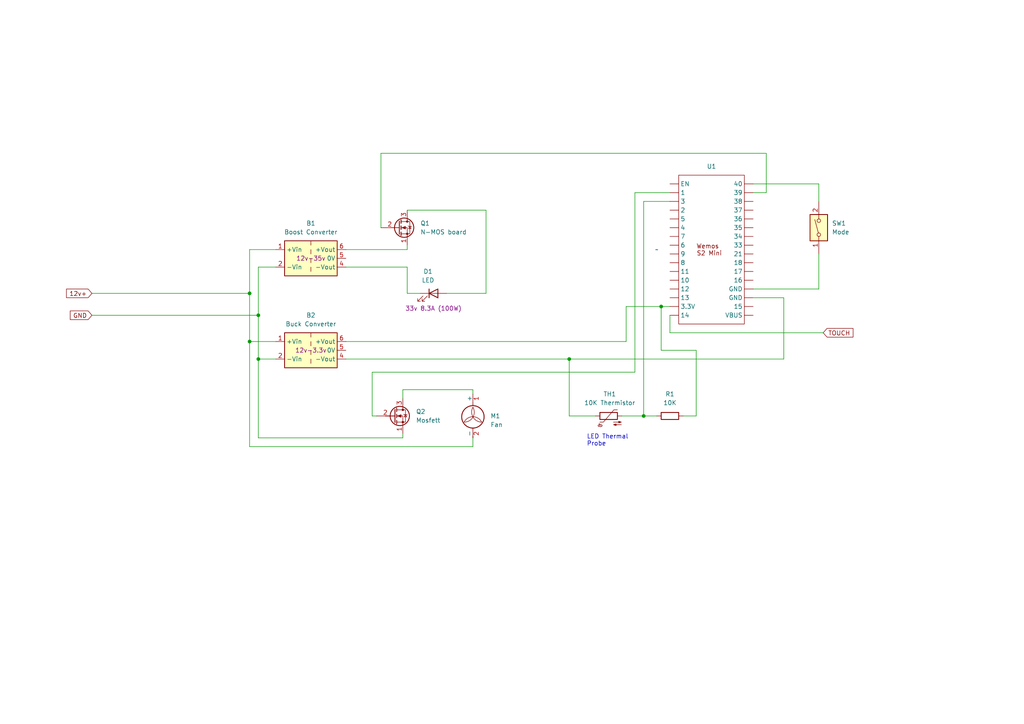
<source format=kicad_sch>
(kicad_sch (version 20230121) (generator eeschema)
  (paper "A4")
  (lib_symbols
    (symbol "Converter_DCDC:IA0305S"
      (property "Reference" "PS" (at -7.62 6.35 0))
      (property "Value" "IA0305S" (at 1.27 6.35 0))
      (symbol "IA0305S_0_0"
        (pin power_in line (at -10.16 2.54 0) (length 2.54) (name "+Vin") (number "1"))
        (pin power_in line (at -10.16 -2.54 0) (length 2.54) (name "-Vin") (number "2"))
        (pin power_out line (at 10.16 -2.54 180) (length 2.54) (name "-Vout") (number "4"))
        (pin power_out line (at 10.16 0 180) (length 2.54) (name "0V") (number "5"))
        (pin power_out line (at 10.16 2.54 180) (length 2.54) (name "+Vout") (number "6"))
      )
      (symbol "IA0305S_0_1"
        (rectangle (start -7.62 5.08) (end 7.62 -5.08) (stroke (width 0.254)) (fill (type background)))
        (polyline (pts (xy 0 -2.54) (xy 0 -3.81)))
        (polyline (pts (xy 0 0) (xy 0 -1.27)))
        (polyline (pts (xy 0 2.54) (xy 0 1.27)))
        (polyline (pts (xy 0 5.08) (xy 0 3.81)))
      )
    )
    (symbol "Device:LED" (pin_numbers hide) (pin_names (offset 1.016) hide)
      (property "Reference" "D" (at 0 2.54 0))
      (property "Value" "LED" (at 0 -2.54 0))
      (symbol "LED_0_1"
        (polyline (pts (xy -1.27 -1.27) (xy -1.27 1.27)) (stroke (width 0.254)))
        (polyline (pts (xy -1.27 0) (xy 1.27 0)))
        (polyline (pts (xy 1.27 -1.27) (xy 1.27 1.27) (xy -1.27 0) (xy 1.27 -1.27)) (stroke (width 0.254)))
        (polyline (pts (xy -3.048 -0.762) (xy -4.572 -2.286) (xy -3.81 -2.286) (xy -4.572 -2.286) (xy -4.572 -1.524)))
        (polyline (pts (xy -1.778 -0.762) (xy -3.302 -2.286) (xy -2.54 -2.286) (xy -3.302 -2.286) (xy -3.302 -1.524)))
      )
      (symbol "LED_1_1"
        (pin passive line (at -3.81 0 0) (length 2.54) (name "K") (number "1"))
        (pin passive line (at 3.81 0 180) (length 2.54) (name "A") (number "2"))
      )
    )
    (symbol "Device:Q_NMOS_SGD" (pin_names (offset 0) hide)
      (property "Reference" "Q" (at 5.08 1.27 0))
      (property "Value" "Q_NMOS_SGD" (at 5.08 -1.27 0))
      (symbol "Q_NMOS_SGD_0_1"
        (polyline (pts (xy 0.254 0) (xy -2.54 0)))
        (polyline (pts (xy 0.254 1.905) (xy 0.254 -1.905)) (stroke (width 0.254)))
        (polyline (pts (xy 0.762 -1.27) (xy 0.762 -2.286)) (stroke (width 0.254)))
        (polyline (pts (xy 0.762 0.508) (xy 0.762 -0.508)) (stroke (width 0.254)))
        (polyline (pts (xy 0.762 2.286) (xy 0.762 1.27)) (stroke (width 0.254)))
        (polyline (pts (xy 2.54 2.54) (xy 2.54 1.778)))
        (polyline (pts (xy 2.54 -2.54) (xy 2.54 0) (xy 0.762 0)))
        (polyline (pts (xy 0.762 -1.778) (xy 3.302 -1.778) (xy 3.302 1.778) (xy 0.762 1.778)))
        (polyline (pts (xy 1.016 0) (xy 2.032 0.381) (xy 2.032 -0.381) (xy 1.016 0)) (fill (type outline)))
        (polyline (pts (xy 2.794 0.508) (xy 2.921 0.381) (xy 3.683 0.381) (xy 3.81 0.254)))
        (polyline (pts (xy 3.302 0.381) (xy 2.921 -0.254) (xy 3.683 -0.254) (xy 3.302 0.381)))
        (circle (center 1.651 0) (radius 2.794) (stroke (width 0.254)))
        (circle (center 2.54 -1.778) (radius 0.254) (fill (type outline)))
        (circle (center 2.54 1.778) (radius 0.254) (fill (type outline)))
      )
      (symbol "Q_NMOS_SGD_1_1"
        (pin passive line (at 2.54 -5.08 90) (length 2.54) (name "S") (number "1"))
        (pin input line (at -5.08 0 0) (length 5.08) (name "G") (number "2"))
        (pin passive line (at 2.54 5.08 270) (length 2.54) (name "D") (number "3"))
      )
    )
    (symbol "Device:R" (pin_numbers hide) (pin_names (offset 0))
      (property "Reference" "R" (at 2.032 0 90))
      (property "Value" "R" (at 0 0 90))
      (symbol "R_0_1"
        (rectangle (start -1.016 -2.54) (end 1.016 2.54) (stroke (width 0.254)))
      )
      (symbol "R_1_1"
        (pin passive line (at 0 3.81 270) (length 1.27) (name "~") (number "1"))
        (pin passive line (at 0 -3.81 90) (length 1.27) (name "~") (number "2"))
      )
    )
    (symbol "Device:Thermistor_NTC" (pin_numbers hide) (pin_names (offset 0))
      (property "Reference" "TH" (at -4.445 0 90))
      (property "Value" "Thermistor_NTC" (at 3.175 0 90))
      (symbol "Thermistor_NTC_0_1"
        (arc (start -3.048 2.159) (mid -3.0495 2.3143) (end -3.175 2.413))
        (arc (start -3.048 2.159) (mid -2.9736 1.9794) (end -2.794 1.905))
        (arc (start -3.048 2.794) (mid -2.9736 2.6144) (end -2.794 2.54))
        (arc (start -2.794 1.905) (mid -2.6144 1.9794) (end -2.54 2.159))
        (arc (start -2.794 2.54) (mid -2.4393 2.5587) (end -2.159 2.794))
        (arc (start -2.794 3.048) (mid -2.9736 2.9736) (end -3.048 2.794))
        (arc (start -2.54 2.794) (mid -2.6144 2.9736) (end -2.794 3.048))
        (rectangle (start -1.016 2.54) (end 1.016 -2.54) (stroke (width 0.254)))
        (polyline (pts (xy -2.54 2.159) (xy -2.54 2.794)))
        (polyline (pts (xy -1.778 2.54) (xy -1.778 1.524) (xy 1.778 -1.524) (xy 1.778 -2.54)))
        (polyline (pts (xy -2.54 -3.683) (xy -2.54 -1.397) (xy -2.794 -2.159) (xy -2.286 -2.159) (xy -2.54 -1.397) (xy -2.54 -1.651)) (fill (type outline)))
        (polyline (pts (xy -1.778 -1.397) (xy -1.778 -3.683) (xy -2.032 -2.921) (xy -1.524 -2.921) (xy -1.778 -3.683) (xy -1.778 -3.429)) (fill (type outline)))
      )
      (symbol "Thermistor_NTC_1_1"
        (pin passive line (at 0 3.81 270) (length 1.27) (name "~") (number "1"))
        (pin passive line (at 0 -3.81 90) (length 1.27) (name "~") (number "2"))
      )
    )
    (symbol "Motor:Fan" (pin_names (offset 0))
      (property "Reference" "M" (at 2.54 5.08 0))
      (property "Value" "Fan" (at 2.54 -2.54 0))
      (symbol "Fan_0_1"
        (arc (start -2.54 -0.508) (mid 0.0028 0.9121) (end 0 3.81))
        (polyline (pts (xy 0 -5.08) (xy 0 -4.572)))
        (polyline (pts (xy 0 -2.2352) (xy 0 -2.6416)))
        (polyline (pts (xy 0 4.2672) (xy 0 4.6228)))
        (polyline (pts (xy 0 4.572) (xy 0 5.08)))
        (circle (center 0 1.016) (radius 3.2512) (stroke (width 0.254)))
        (arc (start 0 3.81) (mid 0.053 0.921) (end 2.54 -0.508))
        (arc (start 2.54 -0.508) (mid 0 1.0618) (end -2.54 -0.508))
      )
      (symbol "Fan_1_1"
        (pin passive line (at 0 7.62 270) (length 2.54) (name "+") (number "1"))
        (pin passive line (at 0 -5.08 90) (length 2.54) (name "-") (number "2"))
      )
    )
    (symbol "Switch:SW_DIP_x01" (pin_names (offset 0) hide)
      (property "Reference" "SW" (at 0 3.81 0))
      (property "Value" "SW_DIP_x01" (at 0 -3.81 0))
      (symbol "SW_DIP_x01_0_0"
        (circle (center -2.032 0) (radius 0.508))
        (polyline (pts (xy -1.524 0.127) (xy 2.3622 1.1684)))
        (circle (center 2.032 0) (radius 0.508))
      )
      (symbol "SW_DIP_x01_0_1"
        (rectangle (start -3.81 2.54) (end 3.81 -2.54) (stroke (width 0.254)) (fill (type background)))
      )
      (symbol "SW_DIP_x01_1_1"
        (pin passive line (at -7.62 0 0) (length 5.08) (name "~") (number "1"))
        (pin passive line (at 7.62 0 180) (length 5.08) (name "~") (number "2"))
      )
    )
    (symbol "bgh:Wemos_S2_Mini"
      (property "Reference" "U" (at 0 24.13 0))
      (symbol "Wemos_S2_Mini_0_1"
        (rectangle (start -8.89 21.59) (end 10.16 -21.59))
      )
      (symbol "Wemos_S2_Mini_1_1"
        (text "Wemos \nS2 Mini" (at 0 0 0) (effects (font (size 1.27 1.27))))
        (pin input line (at -11.43 16.51 0) (length 2.54) (name "1") (number ""))
        (pin input line (at -11.43 -8.89 0) (length 2.54) (name "10") (number ""))
        (pin input line (at -11.43 -6.35 0) (length 2.54) (name "11") (number ""))
        (pin input line (at -11.43 -11.43 0) (length 2.54) (name "12") (number ""))
        (pin input line (at -11.43 -13.97 0) (length 2.54) (name "13") (number ""))
        (pin input line (at -11.43 -19.05 0) (length 2.54) (name "14") (number ""))
        (pin input line (at 12.7 -16.51 180) (length 2.54) (name "15") (number ""))
        (pin input line (at 12.7 -8.89 180) (length 2.54) (name "16") (number ""))
        (pin input line (at 12.7 -6.35 180) (length 2.54) (name "17") (number ""))
        (pin input line (at 12.7 -3.81 180) (length 2.54) (name "18") (number ""))
        (pin input line (at -11.43 11.43 0) (length 2.54) (name "2") (number ""))
        (pin input line (at 12.7 -1.27 180) (length 2.54) (name "21") (number ""))
        (pin input line (at -11.43 13.97 0) (length 2.54) (name "3") (number ""))
        (pin input line (at -11.43 -16.51 0) (length 2.54) (name "3.3V") (number ""))
        (pin input line (at 12.7 1.27 180) (length 2.54) (name "33") (number ""))
        (pin input line (at 12.7 3.81 180) (length 2.54) (name "34") (number ""))
        (pin input line (at 12.7 6.35 180) (length 2.54) (name "35") (number ""))
        (pin input line (at 12.7 8.89 180) (length 2.54) (name "36") (number ""))
        (pin input line (at 12.7 11.43 180) (length 2.54) (name "37") (number ""))
        (pin input line (at 12.7 13.97 180) (length 2.54) (name "38") (number ""))
        (pin input line (at 12.7 16.51 180) (length 2.54) (name "39") (number ""))
        (pin input line (at -11.43 6.35 0) (length 2.54) (name "4") (number ""))
        (pin input line (at 12.7 19.05 180) (length 2.54) (name "40") (number ""))
        (pin input line (at -11.43 8.89 0) (length 2.54) (name "5") (number ""))
        (pin input line (at -11.43 1.27 0) (length 2.54) (name "6") (number ""))
        (pin input line (at -11.43 3.81 0) (length 2.54) (name "7") (number ""))
        (pin input line (at -11.43 -3.81 0) (length 2.54) (name "8") (number ""))
        (pin input line (at -11.43 -1.27 0) (length 2.54) (name "9") (number ""))
        (pin input line (at -11.43 19.05 0) (length 2.54) (name "EN") (number ""))
        (pin input line (at 12.7 -13.97 180) (length 2.54) (name "GND") (number ""))
        (pin input line (at 12.7 -11.43 180) (length 2.54) (name "GND") (number ""))
        (pin input line (at 12.7 -19.05 180) (length 2.54) (name "VBUS") (number ""))
      )
    )
  )
  (junction (at 191.77 88.9))
  (junction (at 72.39 85.09))
  (junction (at 165.1 104.14))
  (junction (at 72.39 99.06))
  (junction (at 74.93 91.44))
  (junction (at 186.69 120.65))
  (junction (at 74.93 104.14))
  (wire (pts (xy 137.16 129.54) (xy 72.39 129.54)))
  (wire (pts (xy 100.33 99.06) (xy 181.61 99.06)))
  (wire (pts (xy 80.01 99.06) (xy 72.39 99.06)))
  (wire (pts (xy 222.25 44.45) (xy 222.25 55.88)))
  (wire (pts (xy 194.31 91.44) (xy 194.31 96.52)))
  (wire (pts (xy 72.39 85.09) (xy 72.39 72.39)))
  (wire (pts (xy 184.15 55.88) (xy 184.15 107.95)))
  (wire (pts (xy 227.33 86.36) (xy 227.33 104.14)))
  (wire (pts (xy 26.67 85.09) (xy 72.39 85.09)))
  (wire (pts (xy 118.11 85.09) (xy 121.92 85.09)))
  (wire (pts (xy 140.97 60.96) (xy 140.97 85.09)))
  (wire (pts (xy 237.49 83.82) (xy 218.44 83.82)))
  (wire (pts (xy 181.61 99.06) (xy 181.61 88.9)))
  (wire (pts (xy 137.16 113.03) (xy 137.16 114.3)))
  (wire (pts (xy 186.69 120.65) (xy 190.5 120.65)))
  (wire (pts (xy 218.44 86.36) (xy 227.33 86.36)))
  (wire (pts (xy 118.11 85.09) (xy 118.11 77.47)))
  (wire (pts (xy 116.84 113.03) (xy 137.16 113.03)))
  (wire (pts (xy 116.84 125.73) (xy 116.84 127)))
  (wire (pts (xy 186.69 120.65) (xy 180.34 120.65)))
  (wire (pts (xy 74.93 104.14) (xy 74.93 91.44)))
  (wire (pts (xy 140.97 60.96) (xy 118.11 60.96)))
  (wire (pts (xy 72.39 85.09) (xy 72.39 99.06)))
  (wire (pts (xy 201.93 120.65) (xy 201.93 101.6)))
  (wire (pts (xy 184.15 107.95) (xy 107.95 107.95)))
  (wire (pts (xy 186.69 58.42) (xy 194.31 58.42)))
  (wire (pts (xy 191.77 88.9) (xy 194.31 88.9)))
  (wire (pts (xy 72.39 72.39) (xy 80.01 72.39)))
  (wire (pts (xy 186.69 58.42) (xy 186.69 120.65)))
  (wire (pts (xy 181.61 88.9) (xy 191.77 88.9)))
  (wire (pts (xy 74.93 127) (xy 74.93 104.14)))
  (wire (pts (xy 201.93 101.6) (xy 191.77 101.6)))
  (wire (pts (xy 80.01 104.14) (xy 74.93 104.14)))
  (wire (pts (xy 194.31 96.52) (xy 238.76 96.52)))
  (wire (pts (xy 116.84 127) (xy 74.93 127)))
  (wire (pts (xy 116.84 115.57) (xy 116.84 113.03)))
  (wire (pts (xy 222.25 55.88) (xy 218.44 55.88)))
  (wire (pts (xy 118.11 72.39) (xy 100.33 72.39)))
  (wire (pts (xy 198.12 120.65) (xy 201.93 120.65)))
  (wire (pts (xy 107.95 107.95) (xy 107.95 120.65)))
  (wire (pts (xy 237.49 73.66) (xy 237.49 83.82)))
  (wire (pts (xy 140.97 85.09) (xy 129.54 85.09)))
  (wire (pts (xy 110.49 66.04) (xy 110.49 44.45)))
  (wire (pts (xy 137.16 127) (xy 137.16 129.54)))
  (wire (pts (xy 191.77 101.6) (xy 191.77 88.9)))
  (wire (pts (xy 118.11 71.12) (xy 118.11 72.39)))
  (wire (pts (xy 184.15 55.88) (xy 194.31 55.88)))
  (wire (pts (xy 165.1 104.14) (xy 227.33 104.14)))
  (wire (pts (xy 26.67 91.44) (xy 74.93 91.44)))
  (wire (pts (xy 237.49 53.34) (xy 237.49 58.42)))
  (wire (pts (xy 218.44 53.34) (xy 237.49 53.34)))
  (wire (pts (xy 100.33 104.14) (xy 165.1 104.14)))
  (wire (pts (xy 107.95 120.65) (xy 109.22 120.65)))
  (wire (pts (xy 118.11 77.47) (xy 100.33 77.47)))
  (wire (pts (xy 74.93 77.47) (xy 80.01 77.47)))
  (wire (pts (xy 72.39 129.54) (xy 72.39 99.06)))
  (wire (pts (xy 74.93 91.44) (xy 74.93 77.47)))
  (wire (pts (xy 110.49 44.45) (xy 222.25 44.45)))
  (wire (pts (xy 165.1 120.65) (xy 165.1 104.14)))
  (wire (pts (xy 172.72 120.65) (xy 165.1 120.65)))
  (text "LED Thermal\nProbe\n" (at 170.18 129.54 0) (effects (font (size 1.27 1.27)) (justify left bottom)))
  (global_label "GND" (shape input) (at 26.67 91.44 180) (property "Intersheetrefs" "${INTERSHEET_REFS}" (effects hide)))
  (global_label "12v+" (shape input) (at 26.67 85.09 180) (property "Intersheetrefs" "${INTERSHEET_REFS}" (effects hide)))
  (global_label "TOUCH" (shape input) (at 238.76 96.52 0) (property "Intersheetrefs" "${INTERSHEET_REFS}" (effects hide)))
  (symbol (lib_id "Device:Q_NMOS_SGD") (at 115.57 66.04 0) (unit 1)
    (property "Reference" "Q1" (at 121.92 64.77 0) (effects (justify left)))
    (property "Value" "N-MOS board" (at 121.92 67.31 0) (effects (justify left)))
  )
  (symbol (lib_id "Device:Q_NMOS_SGD") (at 114.3 120.65 0) (unit 1)
    (property "Reference" "Q2" (at 120.65 119.38 0) (effects (justify left)))
    (property "Value" "Mosfett" (at 120.65 121.92 0) (effects (justify left)))
  )
  (symbol (lib_id "Device:R") (at 194.31 120.65 90) (unit 1)
    (property "Reference" "R1" (at 194.31 114.3 90))
    (property "Value" "10K" (at 194.31 116.84 90))
  )
  (symbol (lib_id "Motor:Fan") (at 137.16 121.92 0) (unit 1)
    (property "Reference" "M1" (at 142.24 120.65 0) (effects (justify left)))
    (property "Value" "Fan" (at 142.24 123.19 0) (effects (justify left)))
  )
  (symbol (lib_id "Device:Thermistor_NTC") (at 176.53 120.65 90) (unit 1)
    (property "Reference" "TH1" (at 176.8475 114.3 90))
    (property "Value" "10K Thermistor" (at 176.8475 116.84 90))
  )
  (symbol (lib_id "Switch:SW_DIP_x01") (at 237.49 66.04 90) (unit 1)
    (property "Reference" "SW1" (at 241.3 64.77 90) (effects (justify right)))
    (property "Value" "Mode" (at 241.3 67.31 90) (effects (justify right)))
  )
  (symbol (lib_id "bgh:Wemos_S2_Mini") (at 205.74 72.39 0) (unit 1)
    (property "Reference" "U1" (at 206.375 48.26 0))
    (property "Value" "~" (at 190.5 72.39 0))
  )
  (symbol (lib_id "Device:LED") (at 125.73 85.09 0) (unit 1)
    (property "Reference" "D1" (at 124.1425 78.74 0))
    (property "Value" "LED" (at 124.1425 81.28 0))
    (property "Configuration" "33v 8.3A (100W)" (at 125.73 90.17 0) (effects (justify bottom)))
  )
  (symbol (lib_id "Converter_DCDC:IA0305S") (at 90.17 101.6 0) (unit 1)
    (property "Reference" "B2" (at 90.17 91.44 0))
    (property "Value" "Buck Converter" (at 90.17 93.98 0))
    (property "Footprint" "Converter_DCDC:Converter_DCDC_XP_POWER-IAxxxxS_THT" (effects hide))
    (property "Datasheet" "https://www.xppower.com/pdfs/SF_IA.pdf" (effects hide))
    (property "Configuration" "12v-3.3v" (at 90.17 101.6 0))
  )
  (symbol (lib_id "Converter_DCDC:IA0305S") (at 90.17 74.93 0) (unit 1)
    (property "Reference" "B1" (at 90.17 64.77 0))
    (property "Value" "Boost Converter" (at 90.17 67.31 0))
    (property "Footprint" "Converter_DCDC:Converter_DCDC_XP_POWER-IAxxxxS_THT" (effects hide))
    (property "Datasheet" "https://www.xppower.com/pdfs/SF_IA.pdf" (effects hide))
    (property "Configuration" "12v-35v" (at 90.17 74.93 0))
  )
)
</source>
